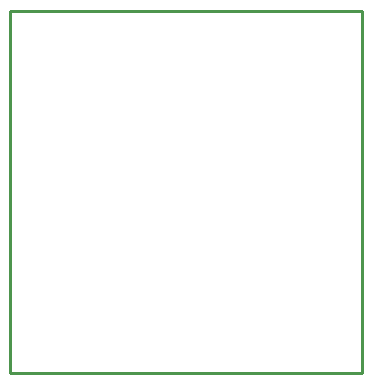
<source format=gm1>
%FSTAX24Y24*%
%MOIN*%
%SFA1B1*%

%IPPOS*%
%ADD26C,0.010000*%
%LN16_chan-1*%
%LPD*%
G54D26*
X01174Y02187D02*
X02345D01*
Y00978D02*
Y02187D01*
X01174Y00978D02*
X02345D01*
X01174D02*
Y02187D01*
M02*
</source>
